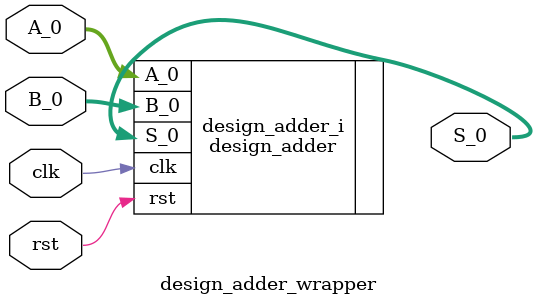
<source format=v>
`timescale 1ns / 1ps

module design_adder_wrapper
   (A_0,
    B_0,
    S_0,
    clk,
    rst);
  input [7:0]A_0;
  input [7:0]B_0;
  output [8:0]S_0;
  input clk;
  input rst;

  wire [7:0]A_0;
  wire [7:0]B_0;
  wire [8:0]S_0;
  wire clk;
  wire rst;

  design_adder design_adder_i
       (.A_0(A_0),
        .B_0(B_0),
        .S_0(S_0),
        .clk(clk),
        .rst(rst));
endmodule
</source>
